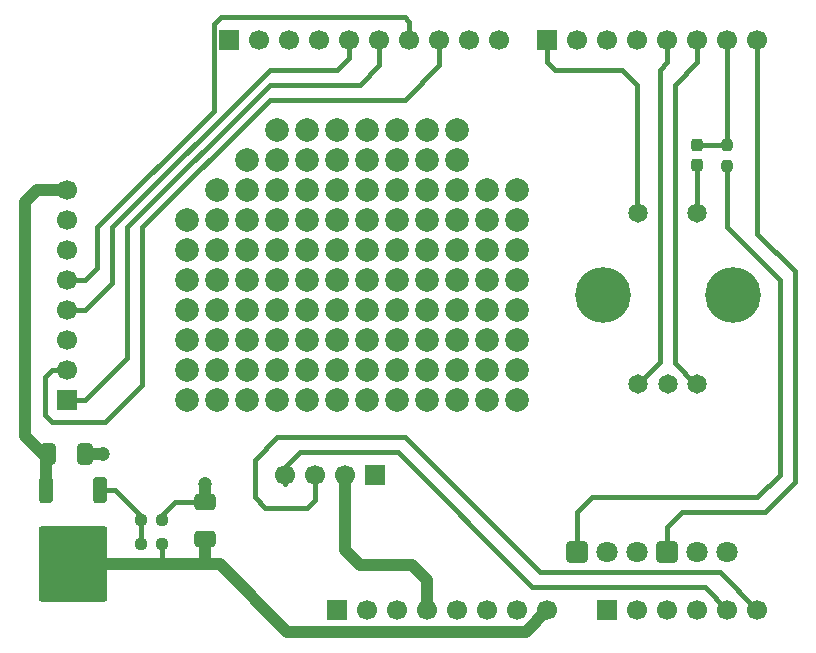
<source format=gbr>
%TF.GenerationSoftware,KiCad,Pcbnew,9.0.6*%
%TF.CreationDate,2025-11-01T12:53:31+09:00*%
%TF.ProjectId,VolumeControlSheild,566f6c75-6d65-4436-9f6e-74726f6c5368,rev?*%
%TF.SameCoordinates,Original*%
%TF.FileFunction,Copper,L1,Top*%
%TF.FilePolarity,Positive*%
%FSLAX46Y46*%
G04 Gerber Fmt 4.6, Leading zero omitted, Abs format (unit mm)*
G04 Created by KiCad (PCBNEW 9.0.6) date 2025-11-01 12:53:31*
%MOMM*%
%LPD*%
G01*
G04 APERTURE LIST*
G04 Aperture macros list*
%AMRoundRect*
0 Rectangle with rounded corners*
0 $1 Rounding radius*
0 $2 $3 $4 $5 $6 $7 $8 $9 X,Y pos of 4 corners*
0 Add a 4 corners polygon primitive as box body*
4,1,4,$2,$3,$4,$5,$6,$7,$8,$9,$2,$3,0*
0 Add four circle primitives for the rounded corners*
1,1,$1+$1,$2,$3*
1,1,$1+$1,$4,$5*
1,1,$1+$1,$6,$7*
1,1,$1+$1,$8,$9*
0 Add four rect primitives between the rounded corners*
20,1,$1+$1,$2,$3,$4,$5,0*
20,1,$1+$1,$4,$5,$6,$7,0*
20,1,$1+$1,$6,$7,$8,$9,0*
20,1,$1+$1,$8,$9,$2,$3,0*%
G04 Aperture macros list end*
%TA.AperFunction,ComponentPad*%
%ADD10R,1.700000X1.700000*%
%TD*%
%TA.AperFunction,ComponentPad*%
%ADD11C,1.700000*%
%TD*%
%TA.AperFunction,ComponentPad*%
%ADD12C,2.000000*%
%TD*%
%TA.AperFunction,SMDPad,CuDef*%
%ADD13RoundRect,0.250000X-0.350000X0.850000X-0.350000X-0.850000X0.350000X-0.850000X0.350000X0.850000X0*%
%TD*%
%TA.AperFunction,SMDPad,CuDef*%
%ADD14RoundRect,0.249997X-2.650003X2.950003X-2.650003X-2.950003X2.650003X-2.950003X2.650003X2.950003X0*%
%TD*%
%TA.AperFunction,ComponentPad*%
%ADD15C,1.650000*%
%TD*%
%TA.AperFunction,ComponentPad*%
%ADD16C,4.708000*%
%TD*%
%TA.AperFunction,SMDPad,CuDef*%
%ADD17RoundRect,0.237500X-0.237500X0.300000X-0.237500X-0.300000X0.237500X-0.300000X0.237500X0.300000X0*%
%TD*%
%TA.AperFunction,ComponentPad*%
%ADD18RoundRect,0.248400X-0.651600X-0.651600X0.651600X-0.651600X0.651600X0.651600X-0.651600X0.651600X0*%
%TD*%
%TA.AperFunction,ComponentPad*%
%ADD19C,1.800000*%
%TD*%
%TA.AperFunction,SMDPad,CuDef*%
%ADD20RoundRect,0.237500X0.250000X0.237500X-0.250000X0.237500X-0.250000X-0.237500X0.250000X-0.237500X0*%
%TD*%
%TA.AperFunction,SMDPad,CuDef*%
%ADD21RoundRect,0.250000X0.650000X-0.412500X0.650000X0.412500X-0.650000X0.412500X-0.650000X-0.412500X0*%
%TD*%
%TA.AperFunction,SMDPad,CuDef*%
%ADD22RoundRect,0.237500X-0.250000X-0.237500X0.250000X-0.237500X0.250000X0.237500X-0.250000X0.237500X0*%
%TD*%
%TA.AperFunction,SMDPad,CuDef*%
%ADD23RoundRect,0.237500X0.237500X-0.250000X0.237500X0.250000X-0.237500X0.250000X-0.237500X-0.250000X0*%
%TD*%
%TA.AperFunction,SMDPad,CuDef*%
%ADD24RoundRect,0.250000X-0.412500X-0.650000X0.412500X-0.650000X0.412500X0.650000X-0.412500X0.650000X0*%
%TD*%
%TA.AperFunction,ViaPad*%
%ADD25C,1.200000*%
%TD*%
%TA.AperFunction,Conductor*%
%ADD26C,1.000000*%
%TD*%
%TA.AperFunction,Conductor*%
%ADD27C,0.400000*%
%TD*%
G04 APERTURE END LIST*
D10*
%TO.P,J1,1,Pin_1*%
%TO.N,unconnected-(J1-Pin_1-Pad1)*%
X127940000Y-97460000D03*
D11*
%TO.P,J1,2,Pin_2*%
%TO.N,/IOREF*%
X130480000Y-97460000D03*
%TO.P,J1,3,Pin_3*%
%TO.N,/~{RESET}*%
X133020000Y-97460000D03*
%TO.P,J1,4,Pin_4*%
%TO.N,+3.3V*%
X135560000Y-97460000D03*
%TO.P,J1,5,Pin_5*%
%TO.N,+5V*%
X138100000Y-97460000D03*
%TO.P,J1,6,Pin_6*%
%TO.N,GND*%
X140640000Y-97460000D03*
%TO.P,J1,7,Pin_7*%
X143180000Y-97460000D03*
%TO.P,J1,8,Pin_8*%
%TO.N,/Vin*%
X145720000Y-97460000D03*
%TD*%
D10*
%TO.P,J3,1,Pin_1*%
%TO.N,/A0*%
X150800000Y-97460000D03*
D11*
%TO.P,J3,2,Pin_2*%
%TO.N,/A1*%
X153340000Y-97460000D03*
%TO.P,J3,3,Pin_3*%
%TO.N,/A2*%
X155880000Y-97460000D03*
%TO.P,J3,4,Pin_4*%
%TO.N,/A3*%
X158420000Y-97460000D03*
%TO.P,J3,5,Pin_5*%
%TO.N,/A4*%
X160960000Y-97460000D03*
%TO.P,J3,6,Pin_6*%
%TO.N,/A5*%
X163500000Y-97460000D03*
%TD*%
%TO.P,J2,10,Pin_10*%
%TO.N,/8*%
X141656000Y-49200000D03*
%TO.P,J2,9,Pin_9*%
%TO.N,/~9*%
X139116000Y-49200000D03*
%TO.P,J2,8,Pin_8*%
%TO.N,/SS*%
X136576000Y-49200000D03*
%TO.P,J2,7,Pin_7*%
%TO.N,/COPI*%
X134036000Y-49200000D03*
%TO.P,J2,6,Pin_6*%
%TO.N,/12*%
X131496000Y-49200000D03*
%TO.P,J2,5,Pin_5*%
%TO.N,/13*%
X128956000Y-49200000D03*
%TO.P,J2,4,Pin_4*%
%TO.N,GND*%
X126416000Y-49200000D03*
%TO.P,J2,3,Pin_3*%
%TO.N,/AREF*%
X123876000Y-49200000D03*
%TO.P,J2,2,Pin_2*%
%TO.N,/SDA*%
X121336000Y-49200000D03*
D10*
%TO.P,J2,1,Pin_1*%
%TO.N,/SCL*%
X118796000Y-49200000D03*
%TD*%
%TO.P,J4,1,Pin_1*%
%TO.N,/7*%
X145720000Y-49200000D03*
D11*
%TO.P,J4,2,Pin_2*%
%TO.N,/\u002A6*%
X148260000Y-49200000D03*
%TO.P,J4,3,Pin_3*%
%TO.N,/\u002A5*%
X150800000Y-49200000D03*
%TO.P,J4,4,Pin_4*%
%TO.N,/4*%
X153340000Y-49200000D03*
%TO.P,J4,5,Pin_5*%
%TO.N,/\u002A3*%
X155880000Y-49200000D03*
%TO.P,J4,6,Pin_6*%
%TO.N,/2*%
X158420000Y-49200000D03*
%TO.P,J4,7,Pin_7*%
%TO.N,/1*%
X160960000Y-49200000D03*
%TO.P,J4,8,Pin_8*%
%TO.N,/0*%
X163500000Y-49200000D03*
%TD*%
D12*
%TO.P,REF\u002A\u002A,4*%
%TO.N,N/C*%
X122860000Y-56820000D03*
%TO.P,REF\u002A\u002A,7*%
X120320000Y-59360000D03*
%TO.P,REF\u002A\u002A,8*%
X122860000Y-59360000D03*
%TO.P,REF\u002A\u002A,10*%
X117780000Y-61900000D03*
%TO.P,REF\u002A\u002A,11*%
X120320000Y-61900000D03*
%TO.P,REF\u002A\u002A,12*%
X122860000Y-61900000D03*
%TO.P,REF\u002A\u002A,13*%
X115240000Y-64440000D03*
%TO.P,REF\u002A\u002A,14*%
X117780000Y-64440000D03*
%TO.P,REF\u002A\u002A,15*%
X120320000Y-64440000D03*
%TO.P,REF\u002A\u002A,16*%
X122860000Y-64440000D03*
%TD*%
D13*
%TO.P,U4,1,ADJ*%
%TO.N,Net-(U4-ADJ)*%
X107867000Y-87300000D03*
D14*
%TO.P,U4,2,VO*%
%TO.N,/Vin*%
X105587000Y-93600000D03*
D13*
%TO.P,U4,3,VI*%
%TO.N,/VCOIL*%
X103307000Y-87300000D03*
%TD*%
D10*
%TO.P,U3,1,Pin_1*%
%TO.N,GND*%
X131125000Y-86030000D03*
D11*
%TO.P,U3,2,Pin_2*%
%TO.N,+3.3V*%
X128585000Y-86030000D03*
%TO.P,U3,3,Pin_3*%
%TO.N,/A5*%
X126045000Y-86030000D03*
%TO.P,U3,4,Pin_4*%
%TO.N,/A4*%
X123505000Y-86030000D03*
%TD*%
D15*
%TO.P,SW1,A1,A*%
%TO.N,/\u002A3*%
X153420000Y-78330000D03*
%TO.P,SW1,B1,B*%
%TO.N,/2*%
X158420000Y-78330000D03*
%TO.P,SW1,C1,C*%
%TO.N,GND*%
X155920000Y-78330000D03*
%TO.P,SW1,D1,S1*%
%TO.N,/7*%
X153420000Y-63830000D03*
%TO.P,SW1,D2,S2*%
%TO.N,GND*%
X158420000Y-63830000D03*
D16*
%TO.P,SW1,MH1*%
%TO.N,N/C*%
X150420000Y-70830000D03*
%TO.P,SW1,MH2*%
X161420000Y-70830000D03*
%TD*%
D17*
%TO.P,C1,1*%
%TO.N,/1*%
X158420000Y-58090001D03*
%TO.P,C1,2*%
%TO.N,GND*%
X158420000Y-59815001D03*
%TD*%
D12*
%TO.P,REF\u002A\u002A,1*%
%TO.N,N/C*%
X125400000Y-66980000D03*
%TO.P,REF\u002A\u002A,2*%
X127940000Y-66980000D03*
%TO.P,REF\u002A\u002A,3*%
X130480000Y-66980000D03*
%TO.P,REF\u002A\u002A,4*%
X133020000Y-66980000D03*
%TO.P,REF\u002A\u002A,5*%
X125400000Y-69520000D03*
%TO.P,REF\u002A\u002A,6*%
X127940000Y-69520000D03*
%TO.P,REF\u002A\u002A,7*%
X130480000Y-69520000D03*
%TO.P,REF\u002A\u002A,8*%
X133020000Y-69520000D03*
%TO.P,REF\u002A\u002A,9*%
X125400000Y-72060000D03*
%TO.P,REF\u002A\u002A,10*%
X127940000Y-72060000D03*
%TO.P,REF\u002A\u002A,11*%
X130480000Y-72060000D03*
%TO.P,REF\u002A\u002A,12*%
X133020000Y-72060000D03*
%TO.P,REF\u002A\u002A,13*%
X125400000Y-74600000D03*
%TO.P,REF\u002A\u002A,14*%
X127940000Y-74600000D03*
%TO.P,REF\u002A\u002A,15*%
X130480000Y-74600000D03*
%TO.P,REF\u002A\u002A,16*%
X133020000Y-74600000D03*
%TD*%
%TO.P,REF\u002A\u002A,1*%
%TO.N,N/C*%
X135560000Y-66980000D03*
%TO.P,REF\u002A\u002A,2*%
X138100000Y-66980000D03*
%TO.P,REF\u002A\u002A,3*%
X140640000Y-66980000D03*
%TO.P,REF\u002A\u002A,4*%
X143180000Y-66980000D03*
%TO.P,REF\u002A\u002A,5*%
X135560000Y-69520000D03*
%TO.P,REF\u002A\u002A,6*%
X138100000Y-69520000D03*
%TO.P,REF\u002A\u002A,7*%
X140640000Y-69520000D03*
%TO.P,REF\u002A\u002A,8*%
X143180000Y-69520000D03*
%TO.P,REF\u002A\u002A,9*%
X135560000Y-72060000D03*
%TO.P,REF\u002A\u002A,10*%
X138100000Y-72060000D03*
%TO.P,REF\u002A\u002A,11*%
X140640000Y-72060000D03*
%TO.P,REF\u002A\u002A,12*%
X143180000Y-72060000D03*
%TO.P,REF\u002A\u002A,13*%
X135560000Y-74600000D03*
%TO.P,REF\u002A\u002A,14*%
X138100000Y-74600000D03*
%TO.P,REF\u002A\u002A,15*%
X140640000Y-74600000D03*
%TO.P,REF\u002A\u002A,16*%
X143180000Y-74600000D03*
%TD*%
%TO.P,REF\u002A\u002A,1*%
%TO.N,N/C*%
X115240000Y-77140000D03*
%TO.P,REF\u002A\u002A,2*%
X117780000Y-77140000D03*
%TO.P,REF\u002A\u002A,3*%
X120320000Y-77140000D03*
%TO.P,REF\u002A\u002A,4*%
X122860000Y-77140000D03*
%TO.P,REF\u002A\u002A,5*%
X115240000Y-79680000D03*
%TO.P,REF\u002A\u002A,6*%
X117780000Y-79680000D03*
%TO.P,REF\u002A\u002A,7*%
X120320000Y-79680000D03*
%TO.P,REF\u002A\u002A,8*%
X122860000Y-79680000D03*
%TD*%
%TO.P,REF\u002A\u002A,1*%
%TO.N,N/C*%
X135560000Y-77140000D03*
%TO.P,REF\u002A\u002A,2*%
X138100000Y-77140000D03*
%TO.P,REF\u002A\u002A,3*%
X140640000Y-77140000D03*
%TO.P,REF\u002A\u002A,4*%
X143180000Y-77140000D03*
%TO.P,REF\u002A\u002A,5*%
X135560000Y-79680000D03*
%TO.P,REF\u002A\u002A,6*%
X138100000Y-79680000D03*
%TO.P,REF\u002A\u002A,7*%
X140640000Y-79680000D03*
%TO.P,REF\u002A\u002A,8*%
X143180000Y-79680000D03*
%TD*%
D18*
%TO.P,U2,1,OUT*%
%TO.N,Net-(U2-OUT)*%
X148260000Y-92537500D03*
D19*
%TO.P,U2,2,GND*%
%TO.N,GND*%
X150800000Y-92537500D03*
%TO.P,U2,3,Vs*%
%TO.N,+5V*%
X153340000Y-92537500D03*
%TD*%
D10*
%TO.P,J5,1,Pin_1*%
%TO.N,/12*%
X105080000Y-79680000D03*
D11*
%TO.P,J5,2,Pin_2*%
%TO.N,/SS*%
X105080000Y-77140000D03*
%TO.P,J5,3,Pin_3*%
%TO.N,GND*%
X105080000Y-74600000D03*
%TO.P,J5,4,Pin_4*%
%TO.N,/13*%
X105080000Y-72060000D03*
%TO.P,J5,5,Pin_5*%
%TO.N,/COPI*%
X105080000Y-69520000D03*
%TO.P,J5,6,Pin_6*%
%TO.N,+5V*%
X105080000Y-66980000D03*
%TO.P,J5,7,Pin_7*%
%TO.N,unconnected-(J5-Pin_7-Pad7)*%
X105080000Y-64440000D03*
%TO.P,J5,8,Pin_8*%
%TO.N,/VCOIL*%
X105080000Y-61900000D03*
%TD*%
D20*
%TO.P,R2,1*%
%TO.N,GND*%
X113104500Y-89840000D03*
%TO.P,R2,2*%
%TO.N,Net-(U4-ADJ)*%
X111279500Y-89840000D03*
%TD*%
D21*
%TO.P,C3,1*%
%TO.N,/Vin*%
X116764000Y-91441000D03*
%TO.P,C3,2*%
%TO.N,GND*%
X116764000Y-88316000D03*
%TD*%
D22*
%TO.P,R3,1*%
%TO.N,Net-(U4-ADJ)*%
X111279500Y-91872000D03*
%TO.P,R3,2*%
%TO.N,/Vin*%
X113104500Y-91872000D03*
%TD*%
D12*
%TO.P,REF\u002A\u002A,3*%
%TO.N,N/C*%
X143180000Y-61899999D03*
%TO.P,REF\u002A\u002A,4*%
X143180000Y-64440000D03*
%TO.P,REF\u002A\u002A,7*%
X140640000Y-61900000D03*
%TO.P,REF\u002A\u002A,8*%
X140640000Y-64440000D03*
%TO.P,REF\u002A\u002A,9*%
X138100001Y-56820000D03*
%TO.P,REF\u002A\u002A,10*%
X138100000Y-59360000D03*
%TO.P,REF\u002A\u002A,11*%
X138100000Y-61900000D03*
%TO.P,REF\u002A\u002A,12*%
X138100000Y-64440000D03*
%TO.P,REF\u002A\u002A,13*%
X135560000Y-56820000D03*
%TO.P,REF\u002A\u002A,14*%
X135560000Y-59360000D03*
%TO.P,REF\u002A\u002A,15*%
X135560000Y-61900000D03*
%TO.P,REF\u002A\u002A,16*%
X135560000Y-64440000D03*
%TD*%
D18*
%TO.P,U1,1,OUT*%
%TO.N,/0*%
X155880000Y-92537500D03*
D19*
%TO.P,U1,2,GND*%
%TO.N,GND*%
X158420000Y-92537500D03*
%TO.P,U1,3,Vs*%
%TO.N,+5V*%
X160960000Y-92537500D03*
%TD*%
D23*
%TO.P,R1,1*%
%TO.N,Net-(U2-OUT)*%
X160960000Y-59915000D03*
%TO.P,R1,2*%
%TO.N,/1*%
X160960000Y-58090000D03*
%TD*%
D24*
%TO.P,C2,1*%
%TO.N,/VCOIL*%
X103479000Y-84252000D03*
%TO.P,C2,2*%
%TO.N,GND*%
X106604000Y-84252000D03*
%TD*%
D12*
%TO.P,REF\u002A\u002A,1*%
%TO.N,N/C*%
X125400000Y-56820000D03*
%TO.P,REF\u002A\u002A,2*%
X127940000Y-56820000D03*
%TO.P,REF\u002A\u002A,3*%
X130480000Y-56820000D03*
%TO.P,REF\u002A\u002A,4*%
X133020000Y-56820000D03*
%TO.P,REF\u002A\u002A,5*%
X125400000Y-59360000D03*
%TO.P,REF\u002A\u002A,6*%
X127940000Y-59360000D03*
%TO.P,REF\u002A\u002A,7*%
X130480000Y-59360000D03*
%TO.P,REF\u002A\u002A,8*%
X133020000Y-59360000D03*
%TO.P,REF\u002A\u002A,9*%
X125400000Y-61900000D03*
%TO.P,REF\u002A\u002A,10*%
X127940000Y-61900000D03*
%TO.P,REF\u002A\u002A,11*%
X130480000Y-61900000D03*
%TO.P,REF\u002A\u002A,12*%
X133020000Y-61900000D03*
%TO.P,REF\u002A\u002A,13*%
X125400000Y-64440000D03*
%TO.P,REF\u002A\u002A,14*%
X127940000Y-64440000D03*
%TO.P,REF\u002A\u002A,15*%
X130480000Y-64440000D03*
%TO.P,REF\u002A\u002A,16*%
X133020000Y-64440000D03*
%TD*%
%TO.P,REF\u002A\u002A,1*%
%TO.N,N/C*%
X115240000Y-66980000D03*
%TO.P,REF\u002A\u002A,2*%
X117780000Y-66980000D03*
%TO.P,REF\u002A\u002A,3*%
X120320000Y-66980000D03*
%TO.P,REF\u002A\u002A,4*%
X122860000Y-66980000D03*
%TO.P,REF\u002A\u002A,5*%
X115240000Y-69520000D03*
%TO.P,REF\u002A\u002A,6*%
X117780000Y-69520000D03*
%TO.P,REF\u002A\u002A,7*%
X120320000Y-69520000D03*
%TO.P,REF\u002A\u002A,8*%
X122860000Y-69520000D03*
%TO.P,REF\u002A\u002A,9*%
X115240000Y-72060000D03*
%TO.P,REF\u002A\u002A,10*%
X117780000Y-72060000D03*
%TO.P,REF\u002A\u002A,11*%
X120320000Y-72060000D03*
%TO.P,REF\u002A\u002A,12*%
X122860000Y-72060000D03*
%TO.P,REF\u002A\u002A,13*%
X115240000Y-74600000D03*
%TO.P,REF\u002A\u002A,14*%
X117780000Y-74600000D03*
%TO.P,REF\u002A\u002A,15*%
X120320000Y-74600000D03*
%TO.P,REF\u002A\u002A,16*%
X122860000Y-74600000D03*
%TD*%
%TO.P,REF\u002A\u002A,1*%
%TO.N,N/C*%
X125400000Y-77140000D03*
%TO.P,REF\u002A\u002A,2*%
X127940000Y-77140000D03*
%TO.P,REF\u002A\u002A,3*%
X130480000Y-77140000D03*
%TO.P,REF\u002A\u002A,4*%
X133020000Y-77140000D03*
%TO.P,REF\u002A\u002A,5*%
X125400000Y-79680000D03*
%TO.P,REF\u002A\u002A,6*%
X127940000Y-79680000D03*
%TO.P,REF\u002A\u002A,7*%
X130480000Y-79680000D03*
%TO.P,REF\u002A\u002A,8*%
X133020000Y-79680000D03*
%TD*%
D25*
%TO.N,GND*%
X108128000Y-84252000D03*
X116764000Y-86792000D03*
%TD*%
D26*
%TO.N,GND*%
X108128000Y-84252000D02*
X106604000Y-84252000D01*
X116764000Y-88316000D02*
X116764000Y-86792000D01*
D27*
X158420000Y-63830000D02*
X158340000Y-63910000D01*
X113001000Y-89736500D02*
X113001000Y-89539000D01*
X158420000Y-59815002D02*
X158420000Y-63830000D01*
X114224000Y-88316000D02*
X116764000Y-88316000D01*
X113001000Y-89539000D02*
X114224000Y-88316000D01*
X113104500Y-89840000D02*
X113001000Y-89736500D01*
%TO.N,/7*%
X153340000Y-53010000D02*
X153340000Y-63910000D01*
X145720000Y-49200000D02*
X145720000Y-51105000D01*
X152070000Y-51740000D02*
X153340000Y-53010000D01*
X146355000Y-51740000D02*
X152070000Y-51740000D01*
X145720000Y-51105000D02*
X146355000Y-51740000D01*
%TO.N,/2*%
X156515000Y-76585000D02*
X158340000Y-78410000D01*
X158420000Y-51105000D02*
X156515000Y-53010000D01*
X156515000Y-53010000D02*
X156515000Y-76585000D01*
X158420000Y-49200000D02*
X158420000Y-51105000D01*
%TO.N,/\u002A3*%
X155245000Y-51740000D02*
X155880000Y-51105000D01*
X155245000Y-76505000D02*
X155245000Y-51740000D01*
X153340000Y-78410000D02*
X155245000Y-76505000D01*
X155880000Y-51105000D02*
X155880000Y-49200000D01*
D26*
%TO.N,+3.3V*%
X128585000Y-92390000D02*
X128585000Y-86810000D01*
X129845000Y-93650000D02*
X128585000Y-92390000D01*
X135560000Y-94920000D02*
X134290000Y-93650000D01*
X135560000Y-97460000D02*
X135560000Y-94920000D01*
X134290000Y-93650000D02*
X129845000Y-93650000D01*
%TO.N,/Vin*%
X113208000Y-93600001D02*
X116764000Y-93600001D01*
X143881000Y-99299000D02*
X145720000Y-97460000D01*
X105587000Y-93600001D02*
X113208000Y-93600001D01*
D27*
X113104500Y-93496501D02*
X113208000Y-93600001D01*
D26*
X116764000Y-91441000D02*
X116764000Y-93600001D01*
X123683000Y-99299000D02*
X143881000Y-99299000D01*
D27*
X113104500Y-91872000D02*
X113104500Y-93496501D01*
D26*
X116764000Y-93600001D02*
X117984001Y-93600001D01*
X117984001Y-93600001D02*
X123683000Y-99299000D01*
D27*
%TO.N,/A5*%
X121844000Y-88824000D02*
X125400000Y-88824000D01*
X125400000Y-88824000D02*
X126045000Y-88179000D01*
X120955000Y-84760000D02*
X120955000Y-87935000D01*
X160325000Y-94285000D02*
X145085000Y-94285000D01*
X133655000Y-82855000D02*
X122860000Y-82855000D01*
X163500000Y-97460000D02*
X160325000Y-94285000D01*
X126045000Y-88179000D02*
X126045000Y-86810000D01*
X122860000Y-82855000D02*
X120955000Y-84760000D01*
X120955000Y-87935000D02*
X121844000Y-88824000D01*
X145085000Y-94285000D02*
X133655000Y-82855000D01*
%TO.N,/A4*%
X133036000Y-84141000D02*
X124749000Y-84141000D01*
X160960000Y-97460000D02*
X159055000Y-95555000D01*
X123505000Y-85385000D02*
X123505000Y-86810000D01*
X159055000Y-95555000D02*
X144450000Y-95555000D01*
X144450000Y-95555000D02*
X133036000Y-84141000D01*
X124749000Y-84141000D02*
X123505000Y-85385000D01*
%TO.N,/1*%
X160960000Y-58090000D02*
X158420000Y-58090000D01*
X160960000Y-49200000D02*
X160960000Y-58090000D01*
%TO.N,/0*%
X155880000Y-92537500D02*
X155880000Y-90475000D01*
X164135000Y-89205000D02*
X166675000Y-86665000D01*
X166675000Y-68780782D02*
X163500000Y-65605782D01*
X163500000Y-65605782D02*
X163500000Y-49200000D01*
X155880000Y-90475000D02*
X157150000Y-89205000D01*
X166675000Y-86665000D02*
X166675000Y-68780782D01*
X157150000Y-89205000D02*
X164135000Y-89205000D01*
%TO.N,Net-(U2-OUT)*%
X160960000Y-65075000D02*
X165405000Y-69520000D01*
X148260000Y-89205000D02*
X148260000Y-92537500D01*
X149530000Y-87935000D02*
X148260000Y-89205000D01*
X165405000Y-86030000D02*
X163500000Y-87935000D01*
X163500000Y-87935000D02*
X149530000Y-87935000D01*
X160960000Y-59915000D02*
X160960000Y-65075000D01*
X165405000Y-69520000D02*
X165405000Y-86030000D01*
%TO.N,/COPI*%
X134036000Y-49200000D02*
X134036000Y-47676000D01*
X107620000Y-68504000D02*
X106604000Y-69520000D01*
X117495000Y-55200000D02*
X107620000Y-65075000D01*
X118099000Y-47295000D02*
X117495000Y-47899000D01*
X134036000Y-47676000D02*
X133655000Y-47295000D01*
X106604000Y-69520000D02*
X105080000Y-69520000D01*
X107620000Y-65075000D02*
X107620000Y-68504000D01*
X133655000Y-47295000D02*
X118099000Y-47295000D01*
X117495000Y-47899000D02*
X117495000Y-55200000D01*
%TO.N,/13*%
X108890000Y-65075000D02*
X108890000Y-69774000D01*
X128956000Y-49200000D02*
X128956000Y-50724000D01*
X127940000Y-51740000D02*
X122225000Y-51740000D01*
X128956000Y-50724000D02*
X127940000Y-51740000D01*
X108890000Y-69774000D02*
X106604000Y-72060000D01*
X106604000Y-72060000D02*
X105080000Y-72060000D01*
X122225000Y-51740000D02*
X108890000Y-65075000D01*
%TO.N,/SS*%
X133655000Y-54280000D02*
X136576000Y-51359000D01*
X105080000Y-77140000D02*
X103810000Y-77140000D01*
X103175000Y-77775000D02*
X103175000Y-80950000D01*
X108255000Y-81585000D02*
X111430000Y-78410000D01*
X103175000Y-80950000D02*
X103810000Y-81585000D01*
X122225000Y-54280000D02*
X133655000Y-54280000D01*
X111430000Y-78410000D02*
X111430000Y-65075000D01*
X136576000Y-51359000D02*
X136576000Y-49200000D01*
X111430000Y-65075000D02*
X122225000Y-54280000D01*
X103810000Y-77140000D02*
X103175000Y-77775000D01*
X103810000Y-81585000D02*
X108255000Y-81585000D01*
%TO.N,/12*%
X122225000Y-53010000D02*
X129845000Y-53010000D01*
X129845000Y-53010000D02*
X131496000Y-51359000D01*
X131496000Y-51359000D02*
X131496000Y-49200000D01*
X110160000Y-65075000D02*
X122225000Y-53010000D01*
X105080000Y-79680000D02*
X106604000Y-79680000D01*
X110160000Y-76124000D02*
X110160000Y-65075000D01*
X106604000Y-79680000D02*
X110160000Y-76124000D01*
D26*
%TO.N,/VCOIL*%
X101524000Y-82728000D02*
X101524000Y-62916000D01*
X102540000Y-61900000D02*
X105080000Y-61900000D01*
X103048000Y-84252000D02*
X101524000Y-82728000D01*
X101524000Y-62916000D02*
X102540000Y-61900000D01*
X103479000Y-84252000D02*
X103307000Y-84424000D01*
X103479000Y-84252000D02*
X103048000Y-84252000D01*
X103307000Y-84424000D02*
X103307000Y-87300000D01*
D27*
%TO.N,Net-(U4-ADJ)*%
X107867000Y-87300000D02*
X109144000Y-87300000D01*
X109144000Y-87300000D02*
X111176000Y-89332000D01*
X111176000Y-89332000D02*
X111176000Y-89736500D01*
X111279500Y-89840000D02*
X111279500Y-91872000D01*
X111176000Y-89736500D02*
X111279500Y-89840000D01*
%TD*%
M02*

</source>
